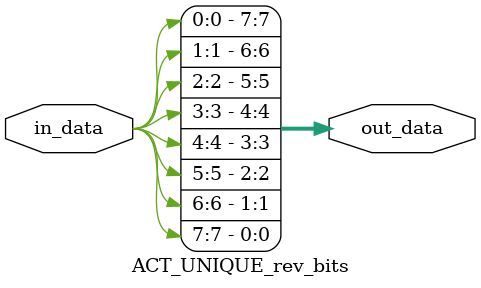
<source format=v>


module ACT_UNIQUE_rev_bits( in_data,out_data);
input [7:0] in_data;
output [7:0] out_data;

assign out_data = {in_data[0],in_data[1],in_data[2],in_data[3],in_data[4],in_data[5],in_data[6],in_data[7]};
//<statements>

endmodule


</source>
